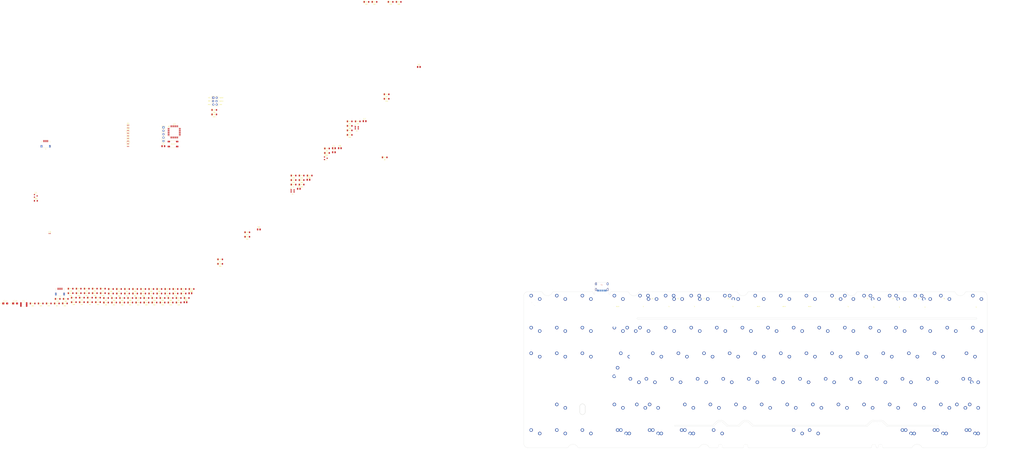
<source format=kicad_pcb>
(kicad_pcb (version 20210424) (generator pcbnew)
  (title_block (title "Athena PCB layout") (date "2021-05-06") (rev "V0.1") (company "Acheron Project") (comment 1 "Designed by Gondolindrim"))
  (layers (0 "F.Cu" signal) (31 "B.Cu" signal) (34 "B.Paste" user) (35 "F.Paste" user) (36 "B.SilkS" user "B.Silkscreen") (37 "F.SilkS" user "F.Silkscreen") (38 "B.Mask" user) (39 "F.Mask" user) (44 "Edge.Cuts" user))
  (net 0 "")
  (net 1 "GND")
  (net 2 "3V3")
  (net 3 "5V")
  (net 4 "NRST")
  (net 5 "BOOT0")
  (net 6 "Net-(D1-Pad2)")
  (net 7 "R0")
  (net 8 "Net-(D2-Pad2)")
  (net 11 "Net-(D14-Pad2)")
  (net 12 "Net-(D15-Pad2)")
  (net 13 "Net-(D16-Pad2)")
  (net 14 "Net-(D17-Pad2)")
  (net 15 "R1")
  (net 16 "Net-(D18-Pad2)")
  (net 17 "Net-(D19-Pad2)")
  (net 18 "Net-(D20-Pad2)")
  (net 19 "Net-(D21-Pad2)")
  (net 20 "Net-(D22-Pad2)")
  (net 21 "Net-(D23-Pad2)")
  (net 22 "Net-(D24-Pad2)")
  (net 23 "Net-(D25-Pad2)")
  (net 24 "Net-(D26-Pad2)")
  (net 25 "Net-(D27-Pad2)")
  (net 26 "Net-(D28-Pad2)")
  (net 27 "Net-(D29-Pad2)")
  (net 28 "Net-(D30-Pad2)")
  (net 29 "Net-(D31-Pad2)")
  (net 30 "Net-(D32-Pad2)")
  (net 31 "Net-(D33-Pad2)")
  (net 32 "Net-(D34-Pad2)")
  (net 33 "R2")
  (net 34 "Net-(D35-Pad2)")
  (net 35 "Net-(D36-Pad2)")
  (net 36 "Net-(D37-Pad2)")
  (net 37 "Net-(D38-Pad2)")
  (net 38 "Net-(D39-Pad2)")
  (net 39 "Net-(D40-Pad2)")
  (net 40 "Net-(D41-Pad2)")
  (net 41 "Net-(D42-Pad2)")
  (net 42 "Net-(D43-Pad2)")
  (net 43 "Net-(D44-Pad2)")
  (net 44 "Net-(D45-Pad2)")
  (net 45 "Net-(D46-Pad2)")
  (net 46 "Net-(D47-Pad2)")
  (net 47 "Net-(D48-Pad2)")
  (net 48 "Net-(D49-Pad2)")
  (net 49 "Net-(D50-Pad2)")
  (net 50 "Net-(D51-Pad2)")
  (net 51 "R3")
  (net 52 "Net-(D52-Pad2)")
  (net 53 "Net-(D53-Pad2)")
  (net 54 "Net-(D54-Pad2)")
  (net 55 "Net-(D55-Pad2)")
  (net 56 "Net-(D56-Pad2)")
  (net 57 "Net-(D57-Pad2)")
  (net 58 "Net-(D58-Pad2)")
  (net 59 "Net-(D59-Pad2)")
  (net 60 "Net-(D60-Pad2)")
  (net 61 "Net-(D61-Pad2)")
  (net 62 "Net-(D62-Pad2)")
  (net 63 "Net-(D63-Pad2)")
  (net 64 "Net-(D64-Pad2)")
  (net 65 "R4")
  (net 66 "Net-(D65-Pad2)")
  (net 67 "Net-(D66-Pad2)")
  (net 68 "Net-(D67-Pad2)")
  (net 69 "Net-(D68-Pad2)")
  (net 70 "Net-(D69-Pad2)")
  (net 71 "Net-(D70-Pad2)")
  (net 72 "Net-(D71-Pad2)")
  (net 73 "Net-(D72-Pad2)")
  (net 74 "Net-(D73-Pad2)")
  (net 75 "Net-(D74-Pad2)")
  (net 76 "Net-(D75-Pad2)")
  (net 77 "Net-(D76-Pad2)")
  (net 78 "Net-(D77-Pad2)")
  (net 79 "R5")
  (net 80 "Net-(D78-Pad2)")
  (net 81 "Net-(D79-Pad2)")
  (net 82 "Net-(D80-Pad2)")
  (net 83 "Net-(D81-Pad2)")
  (net 84 "Net-(D82-Pad2)")
  (net 85 "Net-(D83-Pad2)")
  (net 86 "Net-(D84-Pad2)")
  (net 87 "Net-(D85-Pad2)")
  (net 88 "Net-(D86-Pad2)")
  (net 89 "Net-(D87-Pad2)")
  (net 90 "Net-(D89-Pad2)")
  (net 91 "VBUS")
  (net 92 "GNDPWR")
  (net 93 "RGB_5V")
  (net 94 "Net-(J2-PadA5)")
  (net 95 "DBUS+")
  (net 96 "DBUS-")
  (net 98 "Net-(J2-PadB5)")
  (net 100 "D-")
  (net 101 "D+")
  (net 102 "SWCLK")
  (net 103 "SWDIO")
  (net 104 "PC15")
  (net 105 "PC14")
  (net 106 "PC13")
  (net 107 "Net-(Q1-Pad3)")
  (net 108 "SDA")
  (net 109 "SCL")
  (net 110 "C0")
  (net 111 "C1")
  (net 112 "C14")
  (net 113 "C15")
  (net 114 "C16")
  (net 115 "C2")
  (net 116 "C3")
  (net 117 "C4")
  (net 118 "C5")
  (net 119 "C6")
  (net 120 "C7")
  (net 121 "C8")
  (net 122 "C9")
  (net 123 "C10")
  (net 124 "C11")
  (net 125 "C12")
  (net 126 "C13")
  (net 127 "Net-(R1-Pad2)")
  (net 128 "RGB_3V3")
  (net 130 "SDB")
  (net 131 "INTB")
  (net 133 "Net-(D3-Pad2)")
  (net 134 "Net-(D4-Pad2)")
  (net 135 "Net-(D5-Pad2)")
  (net 136 "Net-(D6-Pad2)")
  (net 137 "Net-(D7-Pad2)")
  (net 138 "Net-(D8-Pad2)")
  (net 139 "Net-(D9-Pad2)")
  (net 140 "Net-(D10-Pad2)")
  (net 141 "Net-(D11-Pad2)")
  (net 142 "Net-(D12-Pad2)")
  (net 143 "Net-(D13-Pad2)")
  (net 144 "Net-(D88-Pad2)")
  (net 145 "Net-(D90-Pad2)")
  (net 146 "Net-(D91-Pad2)")
  (net 147 "Net-(D92-Pad2)")
  (net 148 "Net-(D94-Pad2)")
  (net 149 "Net-(D94-Pad1)")
  (footprint "Capacitor_SMD:C_0402_1005Metric" (layer "F.Cu") (at -323.464 32.238)
    (fp_text reference "C9")
    (fp_text value "10n")
  )
  (footprint "acheron_Components:D_SOD-123" (layer "F.Cu") (at -330.134 84.228)
    (fp_text reference "D10")
    (fp_text value "1N4148W")
  )
  (footprint "acheron_MX_SolderMask:MX100" (layer "F.Cu") (at 213.518749 107.306999)
    (fp_text reference "SW34")
    (fp_text value "MX Switch")
  )
  (footprint "acheron_Components:D_SOD-123" (layer "F.Cu") (at -217.884 73.478)
    (fp_text reference "D30")
    (fp_text value "1N4148W")
  )
  (footprint "acheron_MX_SolderMask:MX100" (layer "F.Cu") (at 99.218749 107.306999)
    (fp_text reference "SW40")
    (fp_text value "MX Switch")
  )
  (footprint "acheron_Components:CP_EIA-3216-10_Kemet-I_Pad1.58x1.35mm_HandSolder" (layer "F.Cu") (at -356.569 84.236021)
    (fp_text reference "C11")
    (fp_text value "1u")
  )
  (footprint "acheron_MX_SolderMask:MX100" (layer "F.Cu") (at 165.893749 126.356999)
    (fp_text reference "SW52")
    (fp_text value "MX Switch")
  )
  (footprint "acheron_Components:D_SOD-123" (layer "F.Cu") (at -283.884 73.228)
    (fp_text reference "D43")
    (fp_text value "1N4148W")
  )
  (footprint "Capacitor_SMD:C_0805_2012Metric" (layer "F.Cu") (at -112.014 -31.242)
    (fp_text reference "C1")
    (fp_text value "100n")
  )
  (footprint "acheron_MX_SolderMask:MX100" (layer "F.Cu") (at 56.356249 126.356999)
    (fp_text reference "SW74")
    (fp_text value "MX Switch")
  )
  (footprint "acheron_Components:D_SOD-123" (layer "F.Cu") (at -117.114 -31.072)
    (fp_text reference "D51")
    (fp_text value "1N4148W")
  )
  (footprint "acheron_MX_SolderMask:MX100" (layer "F.Cu") (at 75.406249 183.506999)
    (fp_text reference "SW103")
    (fp_text value "MX Switch")
  )
  (footprint "acheron_Components:D_SOD-123" (layer "F.Cu") (at -239.504 83.528)
    (fp_text reference "D23")
    (fp_text value "1N4148W")
  )
  (footprint "acheron_MX_SolderMask:MX100" (layer "F.Cu") (at 365.918749 83.494499)
    (fp_text reference "SW1")
    (fp_text value "MX Switch")
  )
  (footprint "acheron_Components:D_SOD-123" (layer "F.Cu") (at -221.504 80.178)
    (fp_text reference "D44")
    (fp_text value "1N4148W")
  )
  (footprint "acheron_Components:D_SOD-123" (layer "F.Cu") (at -229.884 76.828)
    (fp_text reference "D19")
    (fp_text value "1N4148W")
  )
  (footprint "Capacitor_SMD:C_0402_1005Metric" (layer "F.Cu") (at -265.184 -44.382)
    (fp_text reference "C8")
    (fp_text value "1u")
  )
  (footprint "acheron_Components:D_SOD-123" (layer "F.Cu") (at -287.504 79.928)
    (fp_text reference "D1")
    (fp_text value "1N4148W")
  )
  (footprint "acheron_MX_SolderMask:MX125" (layer "F.Cu") (at 339.724999 183.506999)
    (fp_text reference "SW96")
    (fp_text value "MX Switch")
  )
  (footprint "acheron_MX_SolderMask:MX125" (layer "F.Cu") (at 363.537499 183.506999)
    (fp_text reference "SW95")
    (fp_text value "MX Switch")
  )
  (footprint "acheron_Components:D_SOD-123" (layer "F.Cu") (at -247.884 73.478)
    (fp_text reference "D82")
    (fp_text value "1N4148W")
  )
  (footprint "acheron_MX_SolderMask:MX100" (layer "F.Cu") (at 146.843749 126.356999)
    (fp_text reference "SW53")
    (fp_text value "MX Switch")
  )
  (footprint "acheron_Components:D_SOD-123" (layer "F.Cu") (at -100.264 -44.522)
    (fp_text reference "D73")
    (fp_text value "1N4148W")
  )
  (footprint "acheron_MX_SolderMask:MX100" (layer "F.Cu") (at 299.243749 126.356999)
    (fp_text reference "SW45")
    (fp_text value "MX Switch")
  )
  (footprint "acheron_Components:D_SOD-123" (layer "F.Cu") (at -94.264 -51.222)
    (fp_text reference "D50")
    (fp_text value "1N4148W")
  )
  (footprint "acheron_Components:D_SOD-123" (layer "F.Cu") (at -289.884 73.228)
    (fp_text reference "D84")
    (fp_text value "1N4148W")
  )
  (footprint "acheron_Components:D_SOD-123" (layer "F.Cu") (at -233.504 83.528)
    (fp_text reference "D46")
    (fp_text value "1N4148W")
  )
  (footprint "acheron_MX_SolderMask:MX100" (layer "F.Cu") (at 308.768749 83.494499)
    (fp_text reference "SW4")
    (fp_text value "MX Switch")
  )
  (footprint "acheron_MX_SolderMask:MX100" (layer "F.Cu") (at 161.131249 145.406999)
    (fp_text reference "SW69")
    (fp_text value "MX Switch")
  )
  (footprint "acheron_Components:D_SOD-123" (layer "F.Cu") (at -142.024 -10.922)
    (fp_text reference "D26")
    (fp_text value "1N4148W")
  )
  (footprint "acheron_MX_SolderMask:MX100" (layer "F.Cu") (at 323.056249 83.494499)
    (fp_text reference "SW18")
    (fp_text value "MX Switch")
  )
  (footprint "acheron_MX_SolderMask:MX100" (layer "F.Cu") (at 227.806249 164.456999)
    (fp_text reference "SW85")
    (fp_text value "MX Switch")
  )
  (footprint "acheron_MX_SolderMask:MX100" (layer "F.Cu") (at 75.406249 107.306999)
    (fp_text reference "SW56")
    (fp_text value "MX Switch")
  )
  (footprint "acheron_MX_SolderMask:MX100" (layer "F.Cu") (at 265.906249 164.456999)
    (fp_text reference "SW83")
    (fp_text value "MX Switch")
  )
  (footprint "acheron_Components:D_SOD-123" (layer "F.Cu") (at -269.504 83.528)
    (fp_text reference "D55")
    (fp_text value "1N4148W")
  )
  (footprint "acheron_MX_SolderMask:MX100" (layer "F.Cu") (at 327.818749 107.306999)
    (fp_text reference "SW28")
    (fp_text value "MX Switch")
  )
  (footprint "Capacitor_SMD:C_0805_2012Metric" (layer "F.Cu") (at -89.164 -51.392)
    (fp_text reference "C7")
    (fp_text value "100n")
  )
  (footprint "acheron_Components:D_SOD-123" (layer "F.Cu") (at -275.504 80.178)
    (fp_text reference "D63")
    (fp_text value "1N4148W")
  )
  (footprint "acheron_MX_SolderMask:MX100" (layer "F.Cu") (at 246.856249 164.456999)
    (fp_text reference "SW84")
    (fp_text value "MX Switch")
  )
  (footprint "acheron_MX_SolderMask:MX100" (layer "F.Cu") (at 223.043749 83.494499)
    (fp_text reference "SW8")
    (fp_text value "MX Switch")
  )
  (footprint "acheron_Components:D_SOD-123" (layer "F.Cu") (at -239.504 80.178)
    (fp_text reference "D90")
    (fp_text value "1N4148W")
  )
  (footprint "acheron_MX_SolderMask:MX150" (layer "F.Cu") (at 103.981249 126.356999)
    (fp_text reference "SW55")
    (fp_text value "MX Switch")
  )
  (footprint "acheron_MX_SolderMask:MX100" (layer "F.Cu") (at 181.371874 83.494499)
    (fp_text reference "SW22")
    (fp_text value "MX Switch")
  )
  (footprint "acheron_MX_SolderMask:MX100" (layer "F.Cu") (at 251.618749 107.306999)
    (fp_text reference "SW32")
    (fp_text value "MX Switch")
  )
  (footprint "acheron_MX_SolderMask:MX625R" (layer "F.Cu") (at 244.474999 183.506999)
    (fp_text reference "SW98")
    (fp_text value "MX Switch")
  )
  (footprint "acheron_Components:D_SOD-123" (layer "F.Cu") (at -142.024 -4.222)
    (fp_text reference "D4")
    (fp_text value "1N4148W")
  )
  (footprint "acheron_MX_SolderMask:MX100" (layer "F.Cu") (at 99.218749 83.494499)
    (fp_text reference "SW14")
    (fp_text value "MX Switch")
  )
  (footprint "acheron_Components:D_SOD-123" (layer "F.Cu") (at -196.604 54.778)
    (fp_text reference "D83")
    (fp_text value "1N4148W")
  )
  (footprint "acheron_Components:D_SOD-123" (layer "F.Cu") (at -136.024 -10.922)
    (fp_text reference "D40")
    (fp_text value "1N4148W")
  )
  (footprint "Capacitor_SMD:C_0402_1005Metric" (layer "F.Cu") (at -265.184 -36.502)
    (fp_text reference "C5")
    (fp_text value "100n")
  )
  (footprint "acheron_MX_SolderMask:MX100" (layer "F.Cu") (at 56.356249 83.494499)
    (fp_text reference "SW16")
    (fp_text value "MX Switch")
  )
  (footprint "acheron_Components:D_SOD-123" (layer "F.Cu") (at -130.024 -10.922)
    (fp_text reference "D8")
    (fp_text value "1N4148W")
  )
  (footprint "acheron_MX_SolderMask:MX150" (layer "F.Cu") (at 151.606249 183.506999)
    (fp_text reference "SW110")
    (fp_text value "MX Switch")
  )
  (footprint "acheron_Components:D_SOD-123" (layer "F.Cu") (at -312.134 84.198)
    (fp_text reference "D13")
    (fp_text value "1N4148W")
  )
  (footprint "acheron_Connectors:Conn_ARM_JTAG_SWD_6" (layer "F.Cu") (at -200.6045 -66.279)
    (fp_text reference "J4" hide)
    (fp_text value "ARM JTAG" hide)
  )
  (footprint "acheron_Components:D_SOD-123" (layer "F.Cu") (at -269.504 80.178)
    (fp_text reference "D65")
    (fp_text value "1N4148W")
  )
  (footprint "acheron_Components:D_SOD-123" (layer "F.Cu") (at -295.884 76.578)
    (fp_text reference "D67")
    (fp_text value "1N4148W")
  )
  (footprint "acheron_Components:D_SOD-123" (layer "F.Cu") (at -136.024 -7.572)
    (fp_text reference "D80")
    (fp_text value "1N4148W")
  )
  (footprint "Capacitor_SMD:C_0402_1005Metric" (layer "F.Cu") (at -265.184 -38.472)
    (fp_text reference "C6")
    (fp_text value "4.7u")
  )
  (footprint "acheron_MX_SolderMask:MX100" (layer "F.Cu") (at 142.081249 145.406999)
    (fp_text reference "SW70")
    (fp_text value "MX Switch")
  )
  (footprint "acheron_Components:D_SOD-123" (layer "F.Cu") (at -283.884 76.578)
    (fp_text reference "D20")
    (fp_text value "1N4148W")
  )
  (footprint "acheron_MX_SolderMask:MX100" (layer "F.Cu") (at 284.979222 83.494499)
    (fp_text reference "SW20")
    (fp_text value "MX Switch")
  )
  (footprint "acheron_MX_SolderMask:MX100" (layer "F.Cu") (at 332.581249 145.406999)
    (fp_text reference "SW60")
    (fp_text value "MX Switch")
  )
  (footprint "acheron_Components:D_SOD-123" (layer "F.Cu") (at -271.884 73.478)
    (fp_text reference "D22")
    (fp_text value "1N4148W")
  )
  (footprint "acheron_MX_SolderMask:MX100" (layer "F.Cu") (at 137.318749 107.306999)
    (fp_text reference "SW38")
    (fp_text value "MX Switch")
  )
  (footprint "acheron_Components:D_SOD-123" (layer "F.Cu") (at -233.504 80.178)
    (fp_text reference "D88")
    (fp_text value "1N4148W")
  )
  (footprint "acheron_Components:D_SOD-123" (layer "F.Cu") (at -235.884 73.478)
    (fp_text reference "D7")
    (fp_text value "1N4148W")
  )
  (footprint "acheron_Components:SOT-23-6" (layer "F.Cu") (at -94.964 -46.497)
    (fp_text reference "U2")
    (fp_text value "USBLC6-2SC6")
  )
  (footprint "Resistor_SMD:R_0805_2012Metric" (layer "F.Cu") (at -222.424 83.328)
    (fp_text reference "R6")
    (fp_text value "100R")
  )
  (footprint "acheron_MX_SolderMask:MX100" (layer "F.Cu") (at 270.668749 107.306999)
    (fp_text reference "SW31")
    (fp_text value "MX Switch")
  )
  (footprint "acheron_Components:D_SOD-123" (layer "F.Cu") (at -201.014 -59.742)
    (fp_text reference "D56")
    (fp_text value "1N4148W")
  )
  (footprint "acheron_Components:D_SOD-123" (layer "F.Cu") (at -196.604 51.428)
    (fp_text reference "D17")
    (fp_text value "1N4148W")
  )
  (footprint "acheron_MX_SolderMask:MX100" (layer "F.Cu") (at 284.956249 164.456999)
    (fp_text reference "SW82")
    (fp_text value "MX Switch")
  )
  (footprint "acheron_Connectors:SM04B-SRSS-TB(LF)(SN)_mounting-reliefs" (layer "F.Cu") (at -326.449 -35.787)
    (fp_text reference "J1")
    (fp_text value "SM04B-SRSS-TB(LF)(SN)")
  )
  (footprint "acheron_MX_SolderMask:MX100" (layer "F.Cu") (at 162.321874 83.494499)
    (fp_text reference "SW23")
    (fp_text value "MX Switch")
  )
  (footprint "acheron_Components:D_SOD-123" (layer "F.Cu") (at -87.802378 -140.130804)
    (fp_text reference "D32")
    (fp_text value "1N4148W")
  )
  (footprint "acheron_MX_SolderMask:MX275" (layer "F.Cu") (at 115.887499 164.456999)
    (fp_text reference "SW90")
    (fp_text value "MX Switch")
  )
  (footprint "acheron_Connectors:SM04B-SRSS-TB(LF)(SN)_mounting-reliefs" (layer "F.Cu") (at -315.819 74.113)
    (fp_text reference "J3")
    (fp_text value "SM04B-SRSS-TB(LF)(SN)")
  )
  (footprint "acheron_MX_SolderMask:MX175" (layer "F.Cu") (at 358.774999 145.406999)
    (fp_text reference "SW59")
    (fp_text value "MX Switch")
  )
  (footprint "acheron_MX_SolderMask:MX100" (layer "F.Cu") (at 237.331249 145.406999)
    (fp_text reference "SW65")
    (fp_text value "MX Switch")
  )
  (footprint "acheron_MX_SolderMask:MX100" (layer "F.Cu") (at 180.181249 145.406999)
    (fp_text reference "SW68")
    (fp_text value "MX Switch")
  )
  (footprint "acheron_MX_SolderMask:MX125" (layer "F.Cu") (at 149.224999 183.506999)
    (fp_text reference "SW100")
    (fp_text value "MX Switch")
  )
  (footprint "acheron_Components:D_SOD-123" (layer "F.Cu") (at -259.884 76.828)
    (fp_text reference "D87")
    (fp_text value "1N4148W")
  )
  (footprint "Resistor_SMD:R_0402_1005Metric" (layer "F.Cu") (at -265.164 -48.352)
    (fp_text reference "R5")
    (fp_text value "1.5k")
  )
  (footprint "acheron_Components:D_SOD-123" (layer "F.Cu") (at -307.884 73.228)
    (fp_text reference "D48")
    (fp_text value "1N4148W")
  )
  (footprint "acheron_Components:D_SOD-123" (layer "F.Cu") (at -176.454 34.628)
    (fp_text reference "D52")
    (fp_text value "1N4148W")
  )
  (footprint "acheron_Components:D_SOD-123" (layer "F.Cu") (at -235.884 76.828)
    (fp_text reference "D18")
    (fp_text value "1N4148W")
  )
  (footprint "acheron_Components:D_SOD-123" (layer "F.Cu") (at -307.884 76.578)
    (fp_text reference "D49")
    (fp_text value "1N4148W")
  )
  (footprint "Resistor_SMD:R_0805_2012Metric" (layer "F.Cu") (at -167.854 29.178)
    (fp_text reference "R9")
    (fp_text value "330k")
  )
  (footprint "acheron_Components:D_SOD-123" (layer "F.Cu") (at -277.884 73.478)
    (fp_text reference "D38")
    (fp_text value "1N4148W")
  )
  (footprint "acheron_Components:D_SOD-123" (layer "F.Cu") (at -245.504 80.178)
    (fp_text reference "D36")
    (fp_text value "1N4148W")
  )
  (footprint "Package_TO_SOT_SMD:SOT-23" (layer "F.Cu") (at -333.794 4.228)
    (fp_text reference "U4")
    (fp_text value "MCP1700T-3302E/TT")
  )
  (footprint "Fuse:Fuse_1812_4532Metric" (layer "F.Cu") (at -342.734 85.028)
    (fp_text reference "F1")
    (fp_text value "mSMD110-16V")
  )
  (footprint "acheron_MX_SolderMask:MX100" (layer "F.Cu") (at 56.356249 183.506999)
    (fp_text reference "SW104")
    (fp_text value "MX Switch")
  )
  (footprint "acheron_Components:CP_EIA-3216-10_Kemet-I_Pad1.58x1.35mm_HandSolder" (layer "F.Cu") (at -349.209 84.236021)
    (fp_text reference "C10")
    (fp_text value "1u")
  )
  (footprint "acheron_Components:D_SOD-123" (layer "F.Cu") (at -227.504 80.178)
    (fp_text reference "D21")
    (fp_text value "1N4148W")
  )
  (footprint "Resistor_SMD:R_0805_2012Metric" (layer "F.Cu") (at -130.944 -7.772)
    (fp_text reference "R10")
    (fp_text value "1M")
  )
  (footprint "acheron_MX_SolderMask:MX100" (layer "F.Cu") (at 75.406249 83.494499)
    (fp_text reference "SW15")
    (fp_text value "MX Switch")
  )
  (footprint "acheron_Components:SOT-23-6" (layer "F.Cu") (at -142.724 0.503)
    (fp_text reference "U1")
    (fp_text value "TXS0101DBVR")
  )
  (footprint "acheron_MX_SolderMask:MX100" (layer "F.Cu") (at 199.231249 145.406999)
    (fp_text reference "SW67")
    (fp_text value "MX Switch")
  )
  (footprint "acheron_Components:D_SOD-123" (layer "F.Cu") (at -318.134 84.228)
    (fp_text reference "D5")
    (fp_text value "1N4148W")
  )
  (footprint "acheron_MX_SolderMask:MX100" (layer "F.Cu") (at 342.106249 164.456999)
    (fp_text reference "SW79")
    (fp_text value "MX Switch")
  )
  (footprint "acheron_Components:D_SOD-123" (layer "F.Cu") (at -247.884 76.828)
    (fp_text reference "D81")
    (fp_text value "1N4148W")
  )
  (footprint "acheron_MX_SolderMask:MX100" (layer "F.Cu") (at 242.093749 126.356999)
    (fp_text reference "SW48")
    (fp_text value "MX Switch")
  )
  (footprint "acheron_Components:D_SOD-123" (layer "F.Cu") (at -241.884 73.478)
    (fp_text reference "D85")
    (fp_text value "1N4148W")
  )
  (footprint "acheron_Components:D_SOD-123" (layer "F.Cu") (at -69.802378 -140.130804)
    (fp_text reference "D79")
    (fp_text value "1N4148W")
  )
  (footprint "acheron_MX_SolderMask:MX100" (layer "F.Cu") (at 365.918749 107.306999)
    (fp_text reference "SW26")
    (fp_text value "MX Switch")
  )
  (footprint "acheron_Components:D_SOD-123" (layer "F.Cu") (at -100.264 -47.872)
    (fp_text reference "D86")
    (fp_text value "1N4148W")
  )
  (footprint "acheron_MX_SolderMask:MX125" (layer "F.Cu") (at 363.537499 145.406999)
    (fp_text reference "SW76")
    (fp_text value "MX Switch")
  )
  (footprint "acheron_MX_SolderMask:MX100" (layer "F.Cu") (at 143.272622 83.494499)
    (fp_text reference "SW24")
    (fp_text value "MX Switch")
  )
  (footprint "acheron_MX_SolderMask:MX100" (layer "F.Cu") (at 56.356249 107.306999)
    (fp_text reference "SW57")
    (fp_text value "MX Switch")
  )
  (footprint "acheron_Components:D_SOD-123" (layer "F.Cu") (at -223.884 76.828)
    (fp_text reference "D41")
    (fp_text value "1N4148W")
  )
  (footprint "acheron_Components:D_SOD-123" (layer "F.Cu") (at -72.784 -71.372)
    (fp_text reference "D57")
    (fp_text value "1N4148W")
  )
  (footprint "acheron_MX_SolderMask:MX100" (layer "F.Cu") (at 323.056249 164.456999)
    (fp_text reference "SW80")
    (fp_text value "MX Switch")
  )
  (footprint "acheron_MX_SolderMask:MX100" (layer "F.Cu") (at 37.306249 183.506999)
    (fp_text reference "SW105")
    (fp_text value "MX Switch")
  )
  (footprint "Package_TO_SOT_SMD:SOT-23" (layer "F.Cu") (at -118.014 -23.772)
    (fp_text reference "Q1")
    (fp_text value "DTC123JKAT146")
  )
  (footprint "acheron_MX_SolderMask:MX100" (layer "F.Cu") (at 118.268749 83.494499)
    (fp_text reference "SW13")
    (fp_text value "MX Switch")
  )
  (footprint "Resistor_SMD:R_0402_1005Metric" (layer "F.Cu") (at -265.164 -46.362)
    (fp_text reference "R4")
    (fp_text value "1.5k")
  )
  (footprint "acheron_MX_SolderMask:MX100" (layer "F.Cu") (at 37.306249 126.356999)
    (fp_text reference "SW75")
    (fp_text value "MX Switch")
  )
  (footprint "acheron_MX_SolderMask:MX100" (layer "F.Cu") (at 223.043749 126.356999)
    (fp_text reference "SW49")
    (fp_text value "MX Switch")
  )
  (footprint "acheron_MX_SolderMask:MX125" (layer "F.Cu") (at 101.599999 183.506999)
    (fp_text reference "SW102")
    (fp_text value "MX Switch")
  )
  (footprint "acheron_MX_SolderMask:MX700R" (layer "F.Cu") (at 232.568749 183.506999)
    (fp_text reference "SW109")
    (fp_text value "MX Switch")
  )
  (footprint "acheron_MX_SolderMask:MX100" (layer "F.Cu") (at 270.668749 83.494499)
    (fp_text reference "SW6")
    (fp_text value "MX Switch")
  )
  (footprint "acheron_MX_SolderMask:MX100" (layer "F.Cu") (at 289.718749 107.306999)
    (fp_text reference "SW30")
    (fp_text value "MX Switch")
  )
  (footprint "acheron_Components:D_SOD-123" (layer "F.Cu") (at -241.884 76.828)
    (fp_text reference "D6")
    (fp_text value "1N4148W")
  )
  (footprint "acheron_MX_SolderMask:MX100" (layer "F.Cu") (at 261.143749 126.356999)
    (fp_text reference "SW47")
    (fp_text value "MX Switch")
  )
  (footprint "acheron_Components:D_SOD-123" (layer "F.Cu") (at -287.504 83.278)
    (fp_text reference "D34")
    (fp_text value "1N4148W")
  )
  (footprint "acheron_MX_SolderMask:MX100" (layer "F.Cu") (at 137.318749 83.494499)
    (fp_text reference "SW12")
    (fp_text value "MX Switch")
  )
  (footprint "acheron_MX_SolderMask:MX100" (layer "F.Cu") (at 189.706249 164.456999)
    (fp_text reference "SW87")
    (fp_text value "MX Switch")
  )
  (footprint "acheron_Components:D_SOD-123" (layer "F.Cu") (at -100.264 -51.222)
    (fp_text reference "D35")
    (fp_text value "1N4148W")
  )
  (footprint "acheron_MX_SolderMask:MX100" (layer "F.Cu") (at 294.481249 145.406999)
    (fp_text reference "SW62")
    (fp_text value "MX Switch")
  )
  (footprint "acheron_MX_SolderMask:MX100" (layer "F.Cu") (at 170.656249 164.456999)
    (fp_text reference "SW88")
    (fp_text value "MX Switch")
  )
  (footprint "acheron_Connectors:PinHeader_1x5_P2.54mm_Vertical" (layer "F.Cu") (at -238.811 -41.689)
    (fp_text reference "J5" hide)
    (fp_text value "EXTRA PINS" hide)
  )
  (footprint "acheron_MX_SolderMask:MX100" (layer "F.Cu") (at 232.568749 107.306999)
    (fp_text reference "SW33")
    (fp_text value "MX Switch")
  )
  (footprint "acheron_Components:LQFP-48_7x7mm_P0.5mm" (layer "F.Cu") (at -230.814 -43.422)
    (fp_text reference "U3")
    (fp_text value "STM32F072CBT6")
  )
  (footprint "acheron_Components:D_SOD-123" (layer "F.Cu") (at -336.134 84.228)
    (fp_text reference "D33")
    (fp_text value "1N4148W")
  )
  (footprint "acheron_Components:D_SOD-123" (layer "F.Cu") (at -305.504 79.928)
    (fp_text reference "D47")
    (fp_text value "1N4148W")
  )
  (footprint "acheron_Components:D_SOD-123" (layer "F.Cu") (at -142.024 -7.572)
    (fp_text reference "D53")
    (fp_text value "1N4148W")
  )
  (footprint "acheron_MX_SolderMask:MX125" (layer "F.Cu") (at 315.912499 183.506999)
    (fp_text reference "SW97")
    (fp_text value "MX Switch")
  )
  (footprint "acheron_Components:D_SOD-123" (layer "F.Cu") (at -301.884 76.578)
    (fp_text reference "D39")
    (fp_text value "1N4148W")
  )
  (footprint "acheron_MX_SolderMask:MX125" (layer "F.Cu") (at 173.037499 183.506999)
    (fp_text reference "SW99")
    (fp_text value "MX Switch")
  )
  (footprint "acheron_Components:D_SOD-123" (layer "F.Cu") (at -227.504 83.528)
    (fp_text reference "D15")
    (fp_text value "1N4148W")
  )
  (footprint "acheron_MX_SolderMask:MX100" (layer "F.Cu") (at 156.368749 107.306999)
    (fp_text reference "SW37")
    (fp_text value "MX Switch")
  )
  (footprint "acheron_MX_SolderMask:MX100" (layer "F.Cu") (at 256.381249 145.406999)
    (fp_text reference "SW64")
    (fp_text value "MX Switch")
  )
  (footprint "acheron_Components:D_SOD-123" (layer "F.Cu") (at -74.199751 -24.455501)
    (fp_text reference "D2")
    (fp_text value "1N4148W")
  )
  (footprint "acheron_Components:D_SOD-123" (layer "F.Cu") (at -265.884 73.478)
    (fp_text reference "D54")
    (fp_text value "1N4148W")
  )
  (footprint "acheron_Hardware:K2-1187SQ-A4SW-06" (layer "F.Cu") (at -231.714 -34.372)
    (fp_text reference "SW113")
    (fp_text value "K2-1187SQ-A4SW-06")
  )
  (footprint "acheron_MX_SolderMask:MX100" (layer "F.Cu") (at 304.006249 164.456999)
    (fp_text reference "SW81")
    (fp_text value "MX Switch")
  )
  (footprint "acheron_MX_SolderMask:MX100" (layer "F.Cu") (at 342.106249 83.494499)
    (fp_text reference "SW2")
    (fp_text value "MX Switch")
  )
  (footprint "acheron_MX_SolderMask:MX125" (layer "F.Cu") (at 125.412499 183.506999)
    (fp_text reference "SW101")
    (fp_text value "MX Switch")
  )
  (footprint "acheron_Components:D_SOD-123" (layer "F.Cu") (at -259.884 73.478)
    (fp_text reference "D58")
    (fp_text value "1N4148W")
  )
  (footprint "acheron_Components:D_SOD-123" (layer "F.Cu") (at -271.884 76.828)
    (fp_text reference "D66")
    (fp_text value "1N4148W")
  )
  (footprint "acheron_MX_SolderMask:MX100" (layer "F.Cu") (at 208.756249 164.456999)
    (fp_text reference "SW86")
    (fp_text value "MX Switch")
  )
  (footprint "acheron_MX_SolderMask:MX200" (layer "F.Cu") (at 108.743749 107.306999)
    (fp_text reference "SW39")
    (fp_text value "MX Switch")
  )
  (footprint "Capacitor_SMD:C_0402_1005Metric" (layer "F.Cu") (at -265.184 -34.532)
    (fp_text reference "C13")
    (fp_text value "100n")
  )
  (footprint "acheron_Components:D_SOD-123" (layer "F.Cu") (at -281.504 83.528)
    (fp_text reference "D91")
    (fp_text value "1N4148W")
  )
  (footprint "acheron_Components:D_SOD-123" (layer "F.Cu") (at -265.884 76.828)
    (fp_text reference "D27")
    (fp_text value "1N4148W")
  )
  (footprint "acheron_MX_SolderMask:MX100" (layer "F.Cu") (at 184.943749 83.494499)
    (fp_text reference "SW10")
    (fp_text value "MX Switch")
  )
  (footprint "Capacitor_SMD:C_0402_1005Metric" (layer "F.Cu") (at -265.184 -42.412)
    (fp_text reference "C14")
    (fp_text value "4.7u")
  )
  (footprint "acheron_Components:D_SOD-123" (layer "F.Cu") (at -176.454 31.278)
    (fp_text reference "D72")
    (fp_text value "1N4148W")
  )
  (footprint "acheron_Components:D_SOD-123" (layer "F.Cu") (at -136.024 -4.222)
    (fp_text reference "D93")
    (fp_text value "RB060M-60TR")
  )
  (footprint "acheron_MX_SolderMask:MX100" (layer "F.Cu") (at 337.343749 183.506999)
    (fp_text reference "SW107")
    (fp_text value "MX Switch")
  )
  (footprint "acheron_MX_SolderMask:MX100" (layer "F.Cu") (at 99.218749 164.456999)
    (fp_text reference "SW91")
    (fp_text value "MX Switch")
  )
  (footprint "acheron_MX_SolderMask:MX_ISOEnter_Horizontal" (layer "F.Cu") (at 101.599999 135.881999)
    (fp_text reference "SW77")
    (fp_text value "MX Switch")
  )
  (footprint "acheron_MX_SolderMask:MX150" (layer "F.Cu") (at 313.531249 183.506999)
    (fp_text reference "SW108")
    (fp_text value "MX Switch")
  )
  (footprint "Capacitor_SMD:C_0402_1005Metric" (layer "F.Cu") (at -265.184 -40.442)
    (fp_text reference "C3")
    (fp_text value "100n")
  )
  (footprint "acheron_MX_SolderMask:MX100" (layer "F.Cu") (at 151.606249 164.456999)
    (fp_text reference "SW89")
    (fp_text value "MX Switch")
  )
  (footprint "acheron_MX_SolderMask:MX100" (layer "F.Cu") (at 337.343749 126.356999)
    (fp_text reference "SW43")
    (fp_text value "MX Switch")
  )
  (footprint "acheron_Components:D_SOD-123" (layer "F.Cu") (at -229.884 73.478)
    (fp_text reference "D11")
    (fp_text value "1N4148W")
  )
  (footprint "acheron_Components:D_SOD-123" (layer "F.Cu") (at -305.504 83.278)
    (fp_text reference "D28")
    (fp_text value "1N4148W")
  )
  (footprint "acheron_MX_SolderMask:MX100" (layer "F.Cu") (at 346.868749 107.306999)
    (fp_text reference "SW27")
    (fp_text value "MX Switch")
  )
  (footprint "Inductor_SMD:L_0805_2012Metric" (layer "F.Cu") (at -333.744 7.878)
    (fp_text reference "FB1")
    (fp_text value "CBW201209U121T")
  )
  (footprint "Resistor_SMD:R_0805_2012Metric" (layer "F.Cu") (at -112.034 -28.262)
    (fp_text reference "R7")
    (fp_text value "100k")
  )
  (footprint "acheron_Components:D_SOD-123" (layer "F.Cu") (at -277.884 76.828)
    (fp_text reference "D45")
    (fp_text value "1N4148W")
  )
  (footprint "acheron_Components:D_SOD-123" (layer "F.Cu") (at -301.884 73.228)
    (fp_text reference "D70")
    (fp_text value "1N4148W")
  )
  (footprint "acheron_MX_SolderMask:MX100" (layer "F.Cu") (at 56.356249 164.456999)
    (fp_text reference "SW92")
    (fp_text value "MX Switch")
  )
  (footprint "acheron_Components:D_SOD-123" (layer "F.Cu") (at -289.884 76.578)
    (fp_text reference "D94")
    (fp_text value "1N4148W")
  )
  (footprint "acheron_MX_SolderMask:MX100" (layer "F.Cu") (at 156.368749 83.494499)
    (fp_text reference "SW11")
    (fp_text value "MX Switch")
  )
  (footprint "acheron_MX_SolderMask:MX100" (layer "F.Cu") (at 203.993749 126.356999)
    (fp_text reference "SW50")
    (fp_text value "MX Switch")
  )
  (footprint "acheron_Components:D_SOD-123" (layer "F.Cu") (at -72.784 -68.022)
    (fp_text reference "D75")
    (fp_text value "1N4148W")
  )
  (footprint "acheron_Components:D_SOD-123" (layer "F.Cu") (at -257.504 80.178)
    (fp_text reference "D77")
    (fp_text value "1N4148W")
  )
  (footprint "acheron_MX_SolderMask:MX150" (layer "F.Cu") (at 361.156249 183.506999)
    (fp_text reference "SW106")
    (fp_text value "MX Switch")
  )
  (footprint "acheron_Components:D_SOD-123" (layer "F.Cu") (at -263.504 83.528)
    (fp_text reference "D31")
    (fp_text value "1N4148W")
  )
  (footprint "Resistor_SMD:R_0805_2012Metric" (layer "F.Cu") (at -48.794 -91.722)
    (fp_text reference "R2")
    (fp_text value "5.1k")
  )
  (footprint "acheron_MX_SolderMask:MX100" (layer "F.Cu") (at 118.268749 107.306999)
    (fp_text reference "SW41")
    (fp_text value "MX Switch")
  )
  (footprint "acheron_Components:D_SOD-123" (layer "F.Cu") (at -253.884 76.828)
    (fp_text reference "D59")
    (fp_text value "1N4148W")
  )
  (footprint "acheron_Components:D_SOD-123" (layer "F.Cu") (at -245.504 83.528)
    (fp_text reference "D61")
    (fp_text value "1N4148W")
  )
  (footprint "acheron_Components:D_SOD-123" (layer "F.Cu") (at -251.504 80.178)
    (fp_text reference "D12")
    (fp_text value "1N4148W")
  )
  (footprint "acheron_MX_SolderMask:MX100" (layer "F.Cu") (at 175.418749 107.306999)
    (fp_text reference "SW36")
    (fp_text value "MX Switch")
  )
  (footprint "acheron_Components:D_SOD-123" (layer "F.Cu") (at -81.802378 -140.130804)
    (fp_text reference "D62")
    (fp_text value "1N4148W")
  )
  (footprint "acheron_MX_SolderMask:MX100" (layer "F.Cu") (at 203.993749 83.494499)
    (fp_text reference "SW9")
    (fp_text value "MX Switch")
  )
  (footprint "Resistor_SMD:R_0805_2012Metric" (layer "F.Cu") (at -138.094 -1.072)
    (fp_text reference "R3")
    (fp_text value "5.1k")
  )
  (footprint "acheron_MX_SolderMask:MX100" (layer "F.Cu") (at 127.793749 183.506999)
    (fp_text reference "SW111")
    (fp_text value "MX Switch")
  )
  (footprint "acheron_MX_SolderMask:MX100" (layer "F.Cu") (at 184.943749 126.356999)
    (fp_text reference "SW51")
    (fp_text value "MX Switch")
  )
  (footprint "acheron_MX_SolderMask:MX225" (layer "F.Cu") (at 354.012499 164.456999)
    (fp_text reference "SW78")
    (fp_text value "MX Switch")
  )
  (footprint "Capacitor_SMD:C_0402_1005Metric" (layer "F.Cu") (at -265.184 -32.562)
    (fp_text reference "C4")
    (fp_text value "100n")
  )
  (footprint "acheron_MX_SolderMask:MX100" (layer "F.Cu") (at 313.531249 145.406999)
    (fp_text reference "SW61")
    (fp_text value "MX Switch")
  )
  (footprint "acheron_Components:D_SOD-123" (layer "F.Cu") (at -293.504 79.928)
    (fp_text reference "D74")
    (fp_text value "1N4148W")
  )
  (footprint "Capacitor_SMD:C_0805_2012Metric" (layer "F.Cu") (at -218.784 76.658)
    (fp_text reference "C12")
    (fp_text value "10u")
  )
  (footprint "acheron_Components:D_SOD-123" (layer "F.Cu") (at -251.504 83.528)
    (fp_text reference "D69")
    (fp_text value "1N4148W")
  )
  (footprint "acheron_MX_SolderMask:MX100" (layer "F.Cu") (at 275.431249 145.406999)
    (fp_text reference "SW63")
    (fp_text value "MX Switch")
  )
  (footprint "acheron_MX_SolderMask:MX100" (layer "F.Cu") (at 327.818749 83.494499)
    (fp_text reference "SW3")
    (fp_text value "MX Switch")
  )
  (footprint "acheron_MX_SolderMask:MX100" (layer "F.Cu") (at 289.718749 83.494499)
    (fp_text reference "SW5")
    (fp_text value "MX Switch")
  )
  (footprint "acheron_MX_SolderMask:MX100" (layer "F.Cu") (at 308.768749 107.306999)
    (fp_text reference "SW29")
    (fp_text value "MX Switch")
  )
  (footprint "acheron_MX_SolderMask:MX125" (layer "F.Cu") (at 363.537499 164.456999)
    (fp_text reference "SW94")
    (fp_text value "MX Switch")
  )
  (footprint "acheron_MX_SolderMask:MX100" (layer "F.Cu") (at 242.093749 83.494499)
    (fp_text reference "SW7")
    (fp_text value "MX Switch")
  )
  (footprint "acheron_MX_SolderMask:MX100" (layer "F.Cu") (at 124.222622 83.494499)
    (fp_text reference "SW25")
    (fp_text value "MX Switch")
  )
  (footprint "acheron_MX_SolderMask:MX150" (layer "F.Cu") (at 361.156249 126.356999)
    (fp_text reference "SW42")
    (fp_text value "MX Switch")
  )
  (footprint "acheron_MX_SolderMask:MX100" (layer "F.Cu") (at 37.306249 107.306999)
    (fp_text reference "SW58")
    (fp_text value "MX Switch")
  )
  (footprint "acheron_MX_SolderMask:MX100" (layer "F.Cu") (at 194.468749 107.306999)
    (fp_text reference "SW35")
    (fp_text value "MX Switch")
  )
  (footprint "acheron_Components:D_SOD-123" (layer "F.Cu") (at -263.504 80.178)
    (fp_text reference "D89")
    (fp_text value "1N4148W")
  )
  (footprint "acheron_Components:D_SOD-123" (layer "F.Cu") (at -299.504 79.928)
    (fp_text reference "D29")
    (fp_text value "1N4148W")
  )
  (footprint "acheron_Components:D_SOD-123" (layer "F.Cu") (at -257.504 83.528)
    (fp_text reference "D14")
    (fp_text value "1N4148W")
  )
  (footprint "acheron_MX_SolderMask:MX100" (layer "F.Cu") (at 127.793749 126.356999)
    (fp_text reference "SW54")
    (fp_text value "MX Switch")
  )
  (footprint "acheron_MX_SolderMask:MX225R" (layer "F.Cu") (at 111.124999 145.406999)
    (fp_text reference "SW72")
    (fp_text value "MX Switch")
  )
  (footprint "acheron_MX_SolderMask:MX100" (layer "F.Cu") (at 218.281249 145.406999)
    (fp_text reference "SW66")
    (fp_text value "MX Switch")
  )
  (footprint "acheron_MX_SolderMask:MX100" (layer "F.Cu") (at 123.031249 145.406999)
    (fp_text reference "SW71")
    (fp_text value "MX Switch")
  )
  (footprint "acheron_Components:D_SOD-123" (layer "F.Cu") (at -295.884 73.228)
    (fp_text reference "D92")
    (fp_text value "1N4148W")
  )
  (footprint "acheron_MX_SolderMask:MX100" (layer "F.Cu") (at 75.406249 126.356999)
    (fp_text reference "SW73")
    (fp_text value "MX Switch")
  )
  (footprint "acheron_MX_SolderMask:MX100" (layer "F.Cu") (at 318.293749 126.356999)
    (fp_text reference "SW44")
    (fp_text value "MX Switch")
  )
  (footprint "acheron_Components:D_SOD-123" (layer "F.Cu") (at -324.134 84.228)
    (fp_text reference "D71")
    (fp_text value "1N4148W")
  )
  (footprint "acheron_Components:D_SOD-123" (layer "F.Cu") (at -253.884 73.478)
    (fp_text reference "D78")
    (fp_text value "1N4148W")
  )
  (footprint "acheron_Components:D_SOD-123" (layer "F.Cu") (at -100.264 -41.172)
    (fp_text reference "D16")
    (fp_text value "1N4148W")
  )
  (footprint "Capacitor_SMD:C_0805_2012Metric" (layer "F.Cu") (at -238.914 -32.782)
    (fp_text reference "C2")
    (fp_text value "100n")
  )
  (footprint "acheron_Components:D_SOD-123" (layer "F.Cu") (at -223.884 73.478)
    (fp_text reference "D25")
    (fp_text value "1N4148W")
  )
  (footprint "acheron_MX_SolderMask:MX100" (layer "F.Cu") (at 304.006249 83.494499)
    (fp_text reference "SW19")
    (fp_text value "MX Switch")
  )
  (footprint "acheron_Components:D_SOD-123" (layer "F.Cu") (at -317.504 80.848)
    (fp_text reference "D76")
    (fp_text value "1N4148W")
  )
  (footprint "acheron_Components:D_SOD-123" (layer "F.Cu") (at -299.504 83.278)
    (fp_text reference "D37")
    (fp_text value "1N4148W")
  )
  (footprint "acheron_MX_SolderMask:MX100" (layer "F.Cu") (at 280.193749 126.356999)
    (fp_text reference "SW46")
    (fp_text value "MX Switch")
  )
  (footprint "acheron_Components:D_SOD-123" (layer "F.Cu") (at -117.114 -27.722)
    (fp_text reference "D9")
    (fp_text value "1N4148W")
  )
  (footprint "acheron_Components:D_SOD-123" (layer "F.Cu") (at -311.504 80.848)
    (fp_text reference "D60")
    (fp_text value "1N4148W")
  )
  (footprint "acheron_MX_SolderMask:MX150" (layer "F.Cu") (at 103.981249 183.506999)
    (fp_text reference "SW112")
    (fp_text value "MX Switch")
  )
  (footprint "acheron_MX_SolderMask:MX100" (layer "F.Cu") (at 37.306249 83.494499)
    (fp_text reference "SW17")
    (fp_text value "MX Switch")
  )
  (footprint "acheron_MX_SolderMask:MX175" (layer "F.Cu") (at 125.412499 164.456999)
    (fp_text reference "SW93")
    (fp_text value "MX Switch")
  )
  (footprint "acheron_Components:D_SOD-123" (layer "F.Cu") (at -275.504 83.528)
    (fp_text reference "D64")
    (fp_text value "1N4148W")
  )
  (footprint "acheron_MX_SolderMask:MX100" (layer "F.Cu") (at 261.143749 83.494499)
    (fp_text reference "SW21")
    (fp_text value "MX Switch")
  )
  (footprint "acheron_Components:D_SOD-123" (layer "F.Cu") (at -201.014 -56.392)
    (fp_text reference "D42")
    (fp_text value "1N4148W")
  )
  (footprint "acheron_Components:D_SOD-123" (layer "F.Cu") (at -293.504 83.278)
    (fp_text reference "D3")
    (fp_text value "1N4148W")
  )
  (footprint "acheron_Components:D_SOD-123" (layer "F.Cu") (at -281.504 80.178)
    (fp_text reference "D24")
    (fp_text value "1N4148W")
  )
  (footprint "Resistor_SMD:R_0805_2012Metric" (layer "F.Cu") (at -107.584 -31.272)
    (fp_text reference "R8")
    (fp_text value "100k")
  )
  (footprint "acheron_Components:D_SOD-123" (layer "F.Cu") (at -63.802378 -140.130804)
    (fp_text reference "D68")
    (fp_text value "1N4148W")
  )
  (footprint "acheron_Connectors:TYPE-C-31-M-12" (layer "B.Cu") (at 87.313247 75.372321)
    (fp_text reference "J2")
    (fp_text value "TYPE-C-31-M12")
  )
  (gr_arc (start 177.518444 191.027434) (end 177.518444 191.527434) (angle 92.00453403) (layer "Edge.Cuts") (width 0.1))
  (gr_line (start 299.220106 175.459106) (end 296.753873 173.011125) (layer "Edge.Cuts") (width 0.1))
  (gr_arc (start 42.23843 76.466866) (end 42.238781 75.46633) (angle 66.6) (layer "Edge.Cuts") (width 0.1))
  (gr_arc (start 192.079251 74.497269) (end 188.404817 76.068595) (angle -133.5137719) (layer "Edge.Cuts") (width 0.1))
  (gr_arc (start 106.526075 76.468803) (end 106.526426 75.468267) (angle 66.6) (layer "Edge.Cuts") (width 0.1))
  (gr_arc (start 32.281249 188.531999) (end 29.281249 188.531999) (angle -90) (layer "Edge.Cuts") (width 0.1))
  (gr_arc (start 173.318749 191.026999) (end 173.318749 191.526999) (angle -92.00453403) (layer "Edge.Cuts") (width 0.1))
  (gr_line (start 285.061642 175.459106) (end 287.509625 173.011125) (layer "Edge.Cuts") (width 0.1))
  (gr_line (start 291.318749 190.491999) (end 291.31875 191.009945) (layer "Edge.Cuts") (width 0.1))
  (gr_arc (start 81.61325 76.972331) (end 81.613248 77.472331) (angle -90) (layer "Edge.Cuts") (width 0.1))
  (gr_line (start 70.927248 160.932999) (end 70.927247 164.932999) (layer "Edge.Cuts") (width 0.2))
  (gr_line (start 177.018749 190.491999) (end 177.01875 191.009945) (layer "Edge.Cuts") (width 0.1))
  (gr_arc (start 289.7505 175.252) (end 289.750499 171.022264) (angle -44.99998645) (layer "Edge.Cuts") (width 0.1))
  (gr_arc (start 163.506667 192.982155) (end 166.992807 191.016813) (angle -121.2430947) (layer "Edge.Cuts") (width 0.1))
  (gr_arc (start 287.618749 191.026999) (end 287.618749 191.526999) (angle -92.00453403) (layer "Edge.Cuts") (width 0.1))
  (gr_arc (start 72.927248 160.932999) (end 74.927248 160.932999) (angle -180) (layer "Edge.Cuts") (width 0.2))
  (gr_arc (start 370.943749 188.532499) (end 370.943749 191.532499) (angle -90) (layer "Edge.Cuts") (width 0.1))
  (gr_line (start 283.854536 174.752001) (end 200.332964 174.752) (layer "Edge.Cuts") (width 0.1))
  (gr_line (start 284.561643 174.459108) (end 286.759625 172.261125) (layer "Edge.Cuts") (width 0.1))
  (gr_line (start 170.229893 174.459108) (end 172.427875 172.261125) (layer "Edge.Cuts") (width 0.1))
  (gr_line (start 294.512999 172.082926) (end 289.750499 172.082925) (layer "Edge.Cuts") (width 0.1))
  (gr_line (start 83.113246 68.472335) (end 91.513252 68.472338) (layer "Edge.Cuts") (width 0.1))
  (gr_arc (start 93.013249 76.972331) (end 93.013251 77.472331) (angle 90) (layer "Edge.Cuts") (width 0.1))
  (gr_line (start 277.628778 75.476599) (end 349.412782 75.465688) (layer "Edge.Cuts") (width 0.1))
  (gr_line (start 177.518444 191.527434) (end 192.336999 191.526999) (layer "Edge.Cuts") (width 0.1))
  (gr_line (start 74.927249 164.932999) (end 74.927248 160.932999) (layer "Edge.Cuts") (width 0.2))
  (gr_arc (start 296.612694 191.027434) (end 296.612694 191.527434) (angle 92.00453403) (layer "Edge.Cuts") (width 0.1))
  (gr_line (start 299.927213 175.751999) (end 337.418749 175.751999) (layer "Edge.Cuts") (width 0.1))
  (gr_line (start 29.281249 188.531999) (end 29.281249 78.469499) (layer "Edge.Cuts") (width 0.1))
  (gr_arc (start 289.750498 175.251998) (end 289.750499 172.082925) (angle -45.00001808) (layer "Edge.Cuts") (width 0.1))
  (gr_line (start 192.836999 190.491999) (end 192.836693 191.00951) (layer "Edge.Cuts") (width 0.1))
  (gr_arc (start 46.831248 74.498499) (end 43.156814 76.069827) (angle -133.5137512) (layer "Edge.Cuts") (width 0.1))
  (gr_line (start 296.112999 190.491999) (end 296.113 191.009945) (layer "Edge.Cuts") (width 0.1))
  (gr_line (start 80.11325 75.472329) (end 51.418778 75.477831) (layer "Edge.Cuts") (width 0.1))
  (gr_line (start 326.216716 191.525343) (end 370.943749 191.532499) (layer "Edge.Cuts") (width 0.1))
  (gr_arc (start 181.314712 173.752001) (end 181.314714 174.752) (angle 45) (layer "Edge.Cuts") (width 0.1))
  (gr_line (start 292.912999 190.491999) (end 292.912693 191.009945) (layer "Edge.Cuts") (width 0.1))
  (gr_arc (start 326.216467 190.525766) (end 326.216716 191.525343) (angle 60.7) (layer "Edge.Cuts") (width 0.1))
  (gr_line (start 196.536694 191.527434) (end 287.618749 191.526999) (layer "Edge.Cuts") (width 0.1))
  (gr_line (start 373.943749 79.355357) (end 373.943749 188.532499) (layer "Edge.Cuts") (width 0.1))
  (gr_arc (start 200.332962 173.752001) (end 200.332964 174.752) (angle 45) (layer "Edge.Cuts") (width 0.1))
  (gr_arc (start 289.718749 190.491999) (end 291.318749 190.491999) (angle -180) (layer "Edge.Cuts") (width 0.1))
  (gr_line (start 189.248143 174.459108) (end 191.446125 172.261125) (layer "Edge.Cuts") (width 0.1))
  (gr_arc (start 299.927212 174.752) (end 299.927213 175.751999) (angle 45) (layer "Edge.Cuts") (width 0.1))
  (gr_line (start 70.233383 191.53243) (end 159.146366 191.531145) (layer "Edge.Cuts") (width 0.1))
  (gr_line (start 358.592779 75.477189) (end 370.943749 75.469999) (layer "Edge.Cuts") (width 0.1))
  (gr_line (start 94.513249 75.472329) (end 106.526426 75.468267) (layer "Edge.Cuts") (width 0.1))
  (gr_line (start 300.408964 174.752) (end 337.418749 174.751999) (layer "Edge.Cuts") (width 0.1))
  (gr_arc (start 81.61325 76.972331) (end 81.11325 76.972329) (angle -90) (layer "Edge.Cuts") (width 0.1))
  (gr_line (start 61.515115 191.532429) (end 32.281249 191.531999) (layer "Edge.Cuts") (width 0.1))
  (gr_arc (start 294.512999 190.491999) (end 296.112999 190.491999) (angle -180) (layer "Edge.Cuts") (width 0.1))
  (gr_line (start 42.238781 75.46633) (end 32.281249 75.469499) (layer "Edge.Cuts") (width 0.1))
  (gr_arc (start 113.918749 95.400749) (end 113.918749 94.900749) (angle -180) (layer "Edge.Cuts") (width 0.1))
  (gr_arc (start 294.512999 175.252001) (end 297.503873 172.261125) (angle -44.99998645) (layer "Edge.Cuts") (width 0.1))
  (gr_arc (start 294.512999 175.251997) (end 296.753873 173.011125) (angle -45.00001808) (layer "Edge.Cuts") (width 0.1))
  (gr_arc (start 194.436999 175.251999) (end 196.677873 173.011125) (angle -90) (layer "Edge.Cuts") (width 0.1))
  (gr_arc (start 170.022786 174.752) (end 170.022785 175.751999) (angle -45) (layer "Edge.Cuts") (width 0.1))
  (gr_line (start 169.522786 174.752001) (end 141.918749 174.751999) (layer "Edge.Cuts") (width 0.1))
  (gr_arc (start 188.541038 173.752002) (end 188.541036 174.752001) (angle -45) (layer "Edge.Cuts") (width 0.1))
  (gr_arc (start 194.436999 190.491999) (end 196.036999 190.491999) (angle -180) (layer "Edge.Cuts") (width 0.1))
  (gr_arc (start 199.832962 174.752) (end 199.832963 175.751999) (angle 45) (layer "Edge.Cuts") (width 0.1))
  (gr_arc (start 61.515364 190.532852) (end 61.515115 191.532429) (angle -60.7) (layer "Edge.Cuts") (width 0.1))
  (gr_arc (start 180.814712 174.752) (end 180.814713 175.751999) (angle 45) (layer "Edge.Cuts") (width 0.1))
  (gr_arc (start 273.041249 74.497258) (end 269.366816 76.068595) (angle -133.5135027) (layer "Edge.Cuts") (width 0.1))
  (gr_line (start 189.748142 175.459106) (end 192.196125 173.011125) (layer "Edge.Cuts") (width 0.1))
  (gr_arc (start 284.354536 174.752) (end 284.354535 175.751999) (angle -45) (layer "Edge.Cuts") (width 0.1))
  (gr_arc (start 349.412431 76.466224) (end 349.412782 75.465688) (angle 66.6) (layer "Edge.Cuts") (width 0.1))
  (gr_line (start 199.625857 174.459107) (end 197.427873 172.261125) (layer "Edge.Cuts") (width 0.1))
  (gr_arc (start 187.486431 76.465634) (end 187.486782 75.465098) (angle 66.6) (layer "Edge.Cuts") (width 0.1))
  (gr_line (start 167.864634 191.526999) (end 173.318749 191.526999) (layer "Edge.Cuts") (width 0.1))
  (gr_arc (start 365.918749 95.400749) (end 365.918749 95.900749) (angle -180) (layer "Edge.Cuts") (width 0.1))
  (gr_line (start 82.11325 76.972333) (end 82.113249 69.472332) (layer "Edge.Cuts") (width 0.1))
  (gr_arc (start 370.943749 78.469999) (end 373.943749 78.469999) (angle -90) (layer "Edge.Cuts") (width 0.1))
  (gr_line (start 365.918749 94.900749) (end 113.918749 94.900749) (layer "Edge.Cuts") (width 0.1))
  (gr_arc (start 141.918749 175.251999) (end 141.918749 174.751999) (angle -180) (layer "Edge.Cuts") (width 0.1))
  (gr_line (start 92.513249 69.472335) (end 92.513249 76.972333) (layer "Edge.Cuts") (width 0.1))
  (gr_arc (start 175.418749 175.251999) (end 178.409623 172.261125) (angle -90) (layer "Edge.Cuts") (width 0.1))
  (gr_line (start 288.118749 190.491999) (end 288.118443 191.00951) (layer "Edge.Cuts") (width 0.1))
  (gr_line (start 294.512999 171.022265) (end 289.750499 171.022264) (layer "Edge.Cuts") (width 0.1))
  (gr_arc (start 291.818444 191.027434) (end 291.818444 191.527434) (angle 92.00453403) (layer "Edge.Cuts") (width 0.1))
  (gr_line (start 170.022785 175.751999) (end 141.918749 175.751999) (layer "Edge.Cuts") (width 0.1))
  (gr_line (start 296.612694 191.527434) (end 317.498448 191.529489) (layer "Edge.Cuts") (width 0.1))
  (gr_arc (start 192.336999 191.026999) (end 192.336999 191.526999) (angle -92.00453403) (layer "Edge.Cuts") (width 0.1))
  (gr_line (start 93.513249 76.972329) (end 93.513249 76.472329) (layer "Edge.Cuts") (width 0.1))
  (gr_arc (start 70.233134 190.532853) (end 70.233383 191.53243) (angle 60.7) (layer "Edge.Cuts") (width 0.1))
  (gr_line (start 196.036999 190.491999) (end 196.037 191.009945) (layer "Edge.Cuts") (width 0.1))
  (gr_arc (start 175.418749 190.491999) (end 177.018749 190.491999) (angle -180) (layer "Edge.Cuts") (width 0.1))
  (gr_line (start 180.107606 175.459106) (end 177.659623 173.011125) (layer "Edge.Cuts") (width 0.1))
  (gr_line (start 113.918749 95.900749) (end 365.918749 95.900749) (layer "Edge.Cuts") (width 0.1))
  (gr_line (start 81.11325 76.972329) (end 81.11325 76.472329) (layer "Edge.Cuts") (width 0.1))
  (gr_arc (start 94.513246 76.472329) (end 93.513249 76.472329) (angle 90) (layer "Edge.Cuts") (width 0.1))
  (gr_line (start 115.706423 75.479768) (end 187.486782 75.465098) (layer "Edge.Cuts") (width 0.1))
  (gr_arc (start 292.412999 191.027434) (end 292.412999 191.527434) (angle -92.00453403) (layer "Edge.Cuts") (width 0.1))
  (gr_arc (start 196.66713 76.477135) (end 196.666779 75.476599) (angle -66.6) (layer "Edge.Cuts") (width 0.1))
  (gr_arc (start 189.041036 174.752) (end 189.041035 175.751999) (angle -45) (layer "Edge.Cuts") (width 0.1))
  (gr_arc (start 337.418749 175.251999) (end 337.418749 175.751999) (angle -180) (layer "Edge.Cuts") (width 0.1))
  (gr_arc (start 175.418749 175.251999) (end 177.659623 173.011125) (angle -90) (layer "Edge.Cuts") (width 0.1))
  (gr_line (start 173.818749 190.491999) (end 173.818443 191.00951) (layer "Edge.Cuts") (width 0.1))
  (gr_line (start 188.541036 174.752001) (end 181.314714 174.752) (layer "Edge.Cuts") (width 0.1))
  (gr_arc (start 159.146615 190.531568) (end 159.146366 191.531145) (angle -60.7) (layer "Edge.Cuts") (width 0.1))
  (gr_arc (start 111.118895 74.500436) (end 107.444461 76.071764) (angle -133.5137512) (layer "Edge.Cuts") (width 0.1))
  (gr_arc (start 194.436999 175.251999) (end 197.427873 172.261125) (angle -90) (layer "Edge.Cuts") (width 0.1))
  (gr_line (start 189.041035 175.751999) (end 180.814713 175.751999) (layer "Edge.Cuts") (width 0.1))
  (gr_arc (start 358.59313 76.477725) (end 358.592779 75.477189) (angle -66.6) (layer "Edge.Cuts") (width 0.1))
  (gr_arc (start 80.11325 76.472326) (end 80.11325 75.472329) (angle 90) (layer "Edge.Cuts") (width 0.1))
  (gr_arc (start 321.858749 192.980499) (end 325.344889 191.015157) (angle -121.2430947) (layer "Edge.Cuts") (width 0.1))
  (gr_arc (start 167.864385 190.527422) (end 167.864634 191.526999) (angle 60.7) (layer "Edge.Cuts") (width 0.1))
  (gr_line (start 199.125856 175.459106) (end 196.677873 173.011125) (layer "Edge.Cuts") (width 0.1))
  (gr_arc (start 277.629129 76.477135) (end 277.628778 75.476599) (angle -66.6) (layer "Edge.Cuts") (width 0.1))
  (gr_arc (start 268.44843 76.465634) (end 268.448781 75.465098) (angle 66.6) (layer "Edge.Cuts") (width 0.1))
  (gr_arc (start 300.408962 173.752001) (end 300.408964 174.752) (angle 45) (layer "Edge.Cuts") (width 0.1))
  (gr_line (start 373.943749 78.469999) (end 373.943749 79.355357) (layer "Edge.Cuts") (width 0.1))
  (gr_arc (start 91.513252 69.472334) (end 91.513252 68.472338) (angle 90) (layer "Edge.Cuts") (width 0.1))
  (gr_arc (start 169.522788 173.752002) (end 169.522786 174.752001) (angle -45) (layer "Edge.Cuts") (width 0.1))
  (gr_arc (start 32.281249 78.469499) (end 32.281249 75.469499) (angle -90) (layer "Edge.Cuts") (width 0.1))
  (gr_arc (start 83.113245 69.472332) (end 82.113249 69.472332) (angle 90) (layer "Edge.Cuts") (width 0.1))
  (gr_arc (start 72.927248 164.932999) (end 70.927247 164.932999) (angle -180) (layer "Edge.Cuts") (width 0.2))
  (gr_arc (start 115.706774 76.480304) (end 115.706423 75.479768) (angle -66.6) (layer "Edge.Cuts") (width 0.1))
  (gr_line (start 291.818444 191.527434) (end 292.412999 191.527434) (layer "Edge.Cuts") (width 0.1))
  (gr_line (start 284.354535 175.751999) (end 199.832963 175.751999) (layer "Edge.Cuts") (width 0.1))
  (gr_line (start 170.729892 175.459106) (end 173.177875 173.011125) (layer "Edge.Cuts") (width 0.1))
  (gr_line (start 299.701857 174.459107) (end 297.503873 172.261125) (layer "Edge.Cuts") (width 0.1))
  (gr_arc (start 317.498697 190.529912) (end 317.498448 191.529489) (angle -60.7) (layer "Edge.Cuts") (width 0.1))
  (gr_arc (start 196.536694 191.027434) (end 196.536694 191.527434) (angle 92.00453403) (layer "Edge.Cuts") (width 0.1))
  (gr_arc (start 354.00525 74.497859) (end 350.330816 76.069187) (angle -133.5137512) (layer "Edge.Cuts") (width 0.1))
  (gr_arc (start 283.854538 173.752002) (end 283.854536 174.752001) (angle -45) (layer "Edge.Cuts") (width 0.1))
  (gr_arc (start 51.419129 76.478367) (end 51.418778 75.477831) (angle -66.6) (layer "Edge.Cuts") (width 0.1))
  (gr_arc (start 65.874248 192.982783) (end 69.361556 191.022244) (angle -121.3112225) (layer "Edge.Cuts") (width 0.1))
  (gr_line (start 180.607607 174.459107) (end 178.409623 172.261125) (layer "Edge.Cuts") (width 0.1))
  (gr_arc (start 93.013249 76.972331) (end 93.513249 76.972329) (angle 90) (layer "Edge.Cuts") (width 0.1))
  (gr_line (start 196.666779 75.476599) (end 268.448781 75.465098) (layer "Edge.Cuts") (width 0.1))
  (gr_text "87" (at 327.818749 86.288499 90) (layer "F.SilkS") (effects (font (size 0.508 0.508) (thickness 0.1016)) (justify right)))
  (gr_text "87" (at 270.668749 85.875749 90) (layer "F.SilkS") (effects (font (size 0.508 0.508) (thickness 0.1016)) (justify right)))
  (gr_text "88/87" (at 99.218749 86.542499) (layer "F.SilkS") (effects (font (size 0.508 0.508) (thickness 0.1016))))
  (gr_text "87" (at 156.368749 85.875749 90) (layer "F.SilkS") (effects (font (size 0.508 0.508) (thickness 0.1016)) (justify right)))
  (gr_text "88" (at 163.512499 81.113249 90) (layer "F.SilkS") (effects (font (size 0.508 0.508) (thickness 0.1016)) (justify left)))
  (gr_text "88/87" (at 242.093749 86.542499) (layer "F.SilkS") (effects (font (size 0.508 0.508) (thickness 0.1016))))
  (gr_text "88/87" (at 223.043749 86.542499) (layer "F.SilkS") (effects (font (size 0.508 0.508) (thickness 0.1016))))
  (gr_text "88" (at 261.143749 81.113249 90) (layer "F.SilkS") (effects (font (size 0.508 0.508) (thickness 0.1016)) (justify left)))
  (gr_text "88" (at 304.006249 81.113249 90) (layer "F.SilkS") (effects (font (size 0.508 0.508) (thickness 0.1016)) (justify left)))
  (gr_text "87" (at 137.318749 85.875749 90) (layer "F.SilkS") (effects (font (size 0.508 0.508) (thickness 0.1016)) (justify right)))
  (gr_text "88/87" (at 203.993749 86.542499) (layer "F.SilkS") (effects (font (size 0.508 0.508) (thickness 0.1016))))
  (gr_text "88" (at 323.056249 81.113249 90) (layer "F.SilkS") (effects (font (size 0.508 0.508) (thickness 0.1016)) (justify left)))
  (gr_text "88" (at 124.936249 81.113249 90) (layer "F.SilkS") (effects (font (size 0.508 0.508) (thickness 0.1016)) (justify left)))
  (gr_text "87" (at 184.943749 85.875749 90) (layer "F.SilkS") (effects (font (size 0.508 0.508) (thickness 0.1016)) (justify right)))
  (gr_text "88" (at 342.106249 81.113249 90) (layer "F.SilkS") (effects (font (size 0.508 0.508) (thickness 0.1016)) (justify left)))
  (gr_text "87" (at 365.918749 86.288499 90) (layer "F.SilkS") (effects (font (size 0.508 0.508) (thickness 0.1016)) (justify right)))
  (gr_text "87" (at 308.768749 86.288499 90) (layer "F.SilkS") (effects (font (size 0.508 0.508) (thickness 0.1016)) (justify right)))
  (gr_text "88" (at 181.371874 81.113249 90) (layer "F.SilkS") (effects (font (size 0.508 0.508) (thickness 0.1016)) (justify left)))
  (gr_text "87" (at 289.718749 86.288499 90) (layer "F.SilkS") (effects (font (size 0.508 0.508) (thickness 0.1016)) (justify right)))
  (gr_text "88" (at 143.986249 81.113249 90) (layer "F.SilkS") (effects (font (size 0.508 0.508) (thickness 0.1016)) (justify left)))
  (gr_text "88" (at 284.956249 81.113249 90) (layer "F.SilkS") (effects (font (size 0.508 0.508) (thickness 0.1016)) (justify left)))
  (gr_text "87" (at 118.268749 85.875749 90) (layer "F.SilkS") (effects (font (size 0.508 0.508) (thickness 0.1016)) (justify right)))
  (target plus (at 37.306249 83.494499) (size 5) (width 0.1) (layer "Edge.Cuts"))
)
</source>
